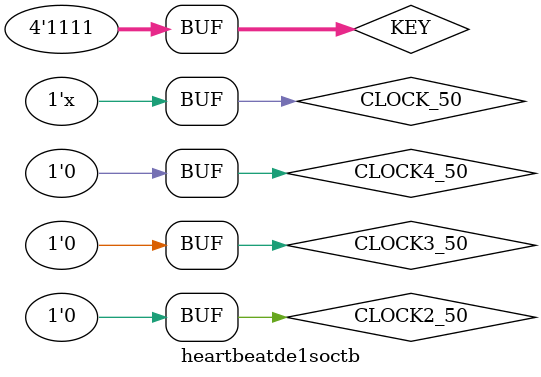
<source format=v>
`timescale 1ns/ 1ns

module heartbeatde1soctb;

  reg CLOCK_50;
  reg CLOCK2_50;
  reg CLOCK3_50;
  reg CLOCK4_50;

  wire [9:0] LEDR;
  reg [3:0] KEY;
  wire dangling;
  
  heartbeatde1soc dut(CLOCK2_50,
  	                  CLOCK3_50,
  	                  CLOCK4_50,
                      CLOCK_50,
                      KEY,
  	                  LEDR);

  always #10 CLOCK_50 <= ~CLOCK_50;

  initial
    begin
      $monitor("t=%8d LEDR=%10b", $time, LEDR);
    	CLOCK_50  <= 0;
    	CLOCK2_50 <= 0;
    	CLOCK3_50 <= 0;
      CLOCK4_50 <= 0;
    	KEY <= 4'hf;
    	#500 KEY[0] <= 0;
    	#1000 KEY[0] <= 1;
    end

endmodule 

</source>
